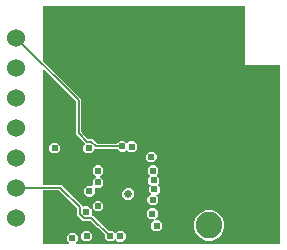
<source format=gbr>
G04 EAGLE Gerber X2 export*
%TF.Part,Single*%
%TF.FileFunction,Copper,L2,Inr,Mixed*%
%TF.FilePolarity,Positive*%
%TF.GenerationSoftware,Autodesk,EAGLE,9.0.0*%
%TF.CreationDate,2018-06-19T20:39:02Z*%
G75*
%MOMM*%
%FSLAX34Y34*%
%LPD*%
%AMOC8*
5,1,8,0,0,1.08239X$1,22.5*%
G01*
%ADD10C,1.524000*%
%ADD11C,0.609600*%
%ADD12C,0.152400*%
%ADD13C,0.660400*%
%ADD14C,2.250000*%
%ADD15C,0.756400*%
%ADD16C,0.706400*%
%ADD17C,0.254000*%

G36*
X21158Y-750D02*
X21158Y-750D01*
X21230Y-748D01*
X21279Y-730D01*
X21331Y-722D01*
X21394Y-688D01*
X21461Y-663D01*
X21502Y-631D01*
X21548Y-606D01*
X21597Y-554D01*
X21653Y-510D01*
X21681Y-466D01*
X21717Y-428D01*
X21747Y-363D01*
X21786Y-303D01*
X21799Y-252D01*
X21821Y-205D01*
X21829Y-134D01*
X21846Y-64D01*
X21842Y-12D01*
X21848Y39D01*
X21833Y110D01*
X21827Y181D01*
X21807Y229D01*
X21796Y280D01*
X21759Y341D01*
X21731Y407D01*
X21686Y463D01*
X21670Y491D01*
X21652Y506D01*
X21626Y538D01*
X19799Y2365D01*
X19799Y6154D01*
X22478Y8832D01*
X26266Y8832D01*
X28944Y6154D01*
X28944Y2365D01*
X27117Y538D01*
X27075Y480D01*
X27026Y428D01*
X27004Y381D01*
X26974Y339D01*
X26953Y270D01*
X26922Y205D01*
X26917Y153D01*
X26901Y103D01*
X26903Y32D01*
X26895Y-39D01*
X26906Y-90D01*
X26908Y-142D01*
X26932Y-210D01*
X26948Y-280D01*
X26974Y-325D01*
X26992Y-373D01*
X27037Y-429D01*
X27074Y-491D01*
X27113Y-525D01*
X27146Y-565D01*
X27206Y-604D01*
X27261Y-651D01*
X27309Y-670D01*
X27353Y-698D01*
X27422Y-716D01*
X27489Y-743D01*
X27560Y-751D01*
X27591Y-759D01*
X27615Y-757D01*
X27656Y-761D01*
X199316Y-761D01*
X199336Y-758D01*
X199355Y-760D01*
X199457Y-738D01*
X199559Y-722D01*
X199576Y-712D01*
X199596Y-708D01*
X199685Y-655D01*
X199776Y-606D01*
X199790Y-592D01*
X199807Y-582D01*
X199874Y-503D01*
X199946Y-428D01*
X199954Y-410D01*
X199967Y-395D01*
X200006Y-299D01*
X200049Y-205D01*
X200051Y-185D01*
X200059Y-167D01*
X200077Y0D01*
X200077Y150000D01*
X200074Y150020D01*
X200076Y150039D01*
X200054Y150141D01*
X200038Y150243D01*
X200028Y150260D01*
X200024Y150280D01*
X199971Y150369D01*
X199922Y150460D01*
X199908Y150474D01*
X199898Y150491D01*
X199819Y150558D01*
X199744Y150630D01*
X199726Y150638D01*
X199711Y150651D01*
X199615Y150690D01*
X199521Y150733D01*
X199501Y150735D01*
X199483Y150743D01*
X199316Y150761D01*
X170761Y150761D01*
X170761Y200000D01*
X170758Y200020D01*
X170760Y200039D01*
X170738Y200141D01*
X170722Y200243D01*
X170712Y200260D01*
X170708Y200280D01*
X170655Y200369D01*
X170606Y200460D01*
X170592Y200474D01*
X170582Y200491D01*
X170503Y200558D01*
X170428Y200630D01*
X170410Y200638D01*
X170395Y200651D01*
X170299Y200690D01*
X170205Y200733D01*
X170185Y200735D01*
X170167Y200743D01*
X170000Y200761D01*
X0Y200761D01*
X-20Y200758D01*
X-39Y200760D01*
X-141Y200738D01*
X-243Y200722D01*
X-260Y200712D01*
X-280Y200708D01*
X-369Y200655D01*
X-460Y200606D01*
X-474Y200592D01*
X-491Y200582D01*
X-558Y200503D01*
X-630Y200428D01*
X-638Y200410D01*
X-651Y200395D01*
X-690Y200299D01*
X-733Y200205D01*
X-735Y200185D01*
X-743Y200167D01*
X-761Y200000D01*
X-761Y154799D01*
X-747Y154708D01*
X-739Y154618D01*
X-727Y154588D01*
X-722Y154556D01*
X-679Y154475D01*
X-643Y154391D01*
X-617Y154359D01*
X-606Y154338D01*
X-583Y154316D01*
X-538Y154260D01*
X31937Y121785D01*
X31937Y94156D01*
X31952Y94066D01*
X31959Y93975D01*
X31972Y93946D01*
X31977Y93914D01*
X32019Y93833D01*
X32055Y93749D01*
X32081Y93717D01*
X32092Y93696D01*
X32115Y93674D01*
X32160Y93618D01*
X37459Y88319D01*
X37533Y88266D01*
X37602Y88207D01*
X37633Y88194D01*
X37659Y88176D01*
X37746Y88149D01*
X37831Y88115D01*
X37872Y88110D01*
X37894Y88103D01*
X37926Y88104D01*
X37997Y88096D01*
X41246Y88096D01*
X44805Y84537D01*
X44879Y84484D01*
X44948Y84424D01*
X44979Y84412D01*
X45005Y84394D01*
X45092Y84367D01*
X45177Y84333D01*
X45218Y84328D01*
X45240Y84321D01*
X45272Y84322D01*
X45343Y84314D01*
X62000Y84314D01*
X62090Y84329D01*
X62181Y84336D01*
X62211Y84349D01*
X62243Y84354D01*
X62323Y84397D01*
X62407Y84432D01*
X62439Y84458D01*
X62460Y84469D01*
X62482Y84492D01*
X62538Y84537D01*
X64601Y86600D01*
X68390Y86600D01*
X70076Y84914D01*
X70092Y84902D01*
X70105Y84886D01*
X70192Y84830D01*
X70276Y84770D01*
X70295Y84764D01*
X70312Y84753D01*
X70412Y84728D01*
X70511Y84698D01*
X70531Y84698D01*
X70550Y84693D01*
X70653Y84701D01*
X70757Y84704D01*
X70776Y84711D01*
X70795Y84712D01*
X70890Y84753D01*
X70988Y84788D01*
X71003Y84801D01*
X71022Y84809D01*
X71153Y84914D01*
X72492Y86253D01*
X76280Y86253D01*
X78959Y83574D01*
X78959Y79786D01*
X76280Y77107D01*
X72492Y77107D01*
X70805Y78794D01*
X70789Y78806D01*
X70777Y78821D01*
X70690Y78877D01*
X70606Y78938D01*
X70587Y78943D01*
X70570Y78954D01*
X70469Y78979D01*
X70371Y79010D01*
X70351Y79009D01*
X70331Y79014D01*
X70228Y79006D01*
X70125Y79004D01*
X70106Y78997D01*
X70086Y78995D01*
X69991Y78955D01*
X69894Y78919D01*
X69878Y78907D01*
X69860Y78899D01*
X69729Y78794D01*
X68390Y77455D01*
X64601Y77455D01*
X62538Y79518D01*
X62464Y79571D01*
X62395Y79630D01*
X62365Y79642D01*
X62339Y79661D01*
X62252Y79688D01*
X62167Y79722D01*
X62126Y79727D01*
X62103Y79734D01*
X62071Y79733D01*
X62000Y79741D01*
X43423Y79741D01*
X43404Y79737D01*
X43384Y79740D01*
X43283Y79718D01*
X43181Y79701D01*
X43163Y79692D01*
X43143Y79687D01*
X43054Y79634D01*
X42963Y79586D01*
X42949Y79571D01*
X42932Y79561D01*
X42865Y79482D01*
X42794Y79407D01*
X42785Y79389D01*
X42772Y79374D01*
X42734Y79278D01*
X42690Y79184D01*
X42688Y79165D01*
X42680Y79146D01*
X42662Y78979D01*
X42662Y78581D01*
X39983Y75903D01*
X36195Y75903D01*
X33517Y78581D01*
X33517Y82369D01*
X34690Y83543D01*
X34702Y83559D01*
X34718Y83572D01*
X34774Y83659D01*
X34834Y83743D01*
X34840Y83762D01*
X34851Y83779D01*
X34876Y83879D01*
X34906Y83978D01*
X34906Y83998D01*
X34911Y84017D01*
X34903Y84120D01*
X34900Y84224D01*
X34893Y84243D01*
X34892Y84263D01*
X34851Y84357D01*
X34816Y84455D01*
X34803Y84471D01*
X34795Y84489D01*
X34690Y84620D01*
X27364Y91947D01*
X27364Y119575D01*
X27349Y119665D01*
X27342Y119756D01*
X27329Y119786D01*
X27324Y119818D01*
X27281Y119899D01*
X27245Y119983D01*
X27220Y120015D01*
X27209Y120035D01*
X27185Y120058D01*
X27141Y120114D01*
X538Y146716D01*
X480Y146758D01*
X428Y146807D01*
X381Y146829D01*
X339Y146859D01*
X270Y146880D01*
X205Y146911D01*
X153Y146916D01*
X103Y146932D01*
X32Y146930D01*
X-39Y146938D01*
X-90Y146927D01*
X-142Y146925D01*
X-210Y146901D01*
X-280Y146886D01*
X-325Y146859D01*
X-373Y146841D01*
X-429Y146796D01*
X-491Y146759D01*
X-525Y146720D01*
X-565Y146687D01*
X-604Y146627D01*
X-651Y146572D01*
X-670Y146524D01*
X-698Y146480D01*
X-716Y146411D01*
X-743Y146344D01*
X-751Y146273D01*
X-759Y146242D01*
X-757Y146218D01*
X-761Y146178D01*
X-761Y50128D01*
X-758Y50108D01*
X-760Y50089D01*
X-738Y49987D01*
X-722Y49885D01*
X-712Y49868D01*
X-708Y49848D01*
X-655Y49759D01*
X-606Y49668D01*
X-592Y49654D01*
X-582Y49637D01*
X-503Y49570D01*
X-428Y49499D01*
X-410Y49490D01*
X-395Y49477D01*
X-299Y49439D01*
X-205Y49395D01*
X-185Y49393D01*
X-167Y49385D01*
X0Y49367D01*
X15087Y49367D01*
X33039Y31415D01*
X33051Y31384D01*
X33083Y31343D01*
X33108Y31297D01*
X33160Y31248D01*
X33204Y31192D01*
X33248Y31164D01*
X33286Y31128D01*
X33351Y31098D01*
X33411Y31059D01*
X33462Y31046D01*
X33509Y31024D01*
X33580Y31016D01*
X33650Y30999D01*
X33702Y31003D01*
X33753Y30997D01*
X33824Y31012D01*
X33895Y31018D01*
X33943Y31038D01*
X33994Y31049D01*
X34033Y31073D01*
X37894Y31073D01*
X40128Y28839D01*
X40186Y28797D01*
X40238Y28748D01*
X40285Y28726D01*
X40327Y28696D01*
X40396Y28674D01*
X40461Y28644D01*
X40513Y28639D01*
X40563Y28623D01*
X40573Y28623D01*
X40573Y24543D01*
X40554Y24484D01*
X40524Y24419D01*
X40519Y24367D01*
X40503Y24318D01*
X40505Y24246D01*
X40497Y24175D01*
X40508Y24124D01*
X40510Y24072D01*
X40534Y24004D01*
X40549Y23934D01*
X40576Y23890D01*
X40594Y23841D01*
X40639Y23785D01*
X40676Y23723D01*
X40715Y23689D01*
X40748Y23649D01*
X40808Y23610D01*
X40862Y23563D01*
X40910Y23544D01*
X41626Y22828D01*
X41636Y22821D01*
X41649Y22806D01*
X54686Y10828D01*
X54749Y10787D01*
X54806Y10738D01*
X54851Y10720D01*
X54892Y10693D01*
X54964Y10674D01*
X55034Y10646D01*
X55100Y10639D01*
X55130Y10631D01*
X55155Y10632D01*
X55201Y10627D01*
X58396Y10627D01*
X60200Y8822D01*
X60217Y8811D01*
X60229Y8795D01*
X60316Y8739D01*
X60400Y8679D01*
X60419Y8673D01*
X60436Y8662D01*
X60536Y8637D01*
X60635Y8607D01*
X60655Y8607D01*
X60675Y8602D01*
X60777Y8610D01*
X60881Y8613D01*
X60900Y8620D01*
X60920Y8621D01*
X61015Y8662D01*
X61112Y8697D01*
X61128Y8710D01*
X61146Y8718D01*
X61277Y8822D01*
X62796Y10341D01*
X66584Y10341D01*
X69262Y7662D01*
X69262Y3874D01*
X66584Y1196D01*
X62796Y1196D01*
X60991Y3000D01*
X60975Y3012D01*
X60962Y3028D01*
X60875Y3084D01*
X60791Y3144D01*
X60772Y3150D01*
X60755Y3161D01*
X60655Y3186D01*
X60556Y3216D01*
X60536Y3216D01*
X60517Y3221D01*
X60414Y3213D01*
X60310Y3210D01*
X60291Y3203D01*
X60271Y3202D01*
X60177Y3161D01*
X60079Y3126D01*
X60063Y3113D01*
X60045Y3105D01*
X59914Y3000D01*
X58396Y1482D01*
X54607Y1482D01*
X51929Y4161D01*
X51929Y6816D01*
X51911Y6922D01*
X51899Y7028D01*
X51892Y7043D01*
X51889Y7059D01*
X51839Y7154D01*
X51793Y7250D01*
X51780Y7265D01*
X51774Y7276D01*
X51752Y7297D01*
X51683Y7377D01*
X39382Y18679D01*
X39319Y18720D01*
X39261Y18769D01*
X39216Y18787D01*
X39176Y18814D01*
X39103Y18833D01*
X39033Y18861D01*
X38968Y18868D01*
X38938Y18876D01*
X38913Y18874D01*
X38867Y18879D01*
X32843Y18879D01*
X31281Y20442D01*
X29942Y21781D01*
X28379Y23343D01*
X28379Y29292D01*
X28365Y29382D01*
X28357Y29473D01*
X28345Y29502D01*
X28340Y29534D01*
X28297Y29615D01*
X28261Y29699D01*
X28235Y29731D01*
X28224Y29752D01*
X28201Y29774D01*
X28156Y29830D01*
X13416Y44570D01*
X13342Y44624D01*
X13272Y44683D01*
X13242Y44695D01*
X13216Y44714D01*
X13129Y44741D01*
X13044Y44775D01*
X13003Y44780D01*
X12981Y44786D01*
X12949Y44786D01*
X12878Y44793D01*
X0Y44793D01*
X-20Y44790D01*
X-39Y44792D01*
X-141Y44770D01*
X-243Y44754D01*
X-260Y44744D01*
X-280Y44740D01*
X-369Y44687D01*
X-460Y44639D01*
X-474Y44624D01*
X-491Y44614D01*
X-558Y44535D01*
X-630Y44460D01*
X-638Y44442D01*
X-651Y44427D01*
X-690Y44331D01*
X-733Y44237D01*
X-735Y44217D01*
X-743Y44199D01*
X-761Y44032D01*
X-761Y0D01*
X-758Y-20D01*
X-760Y-39D01*
X-738Y-141D01*
X-722Y-243D01*
X-712Y-260D01*
X-708Y-280D01*
X-655Y-369D01*
X-606Y-460D01*
X-592Y-474D01*
X-582Y-491D01*
X-503Y-558D01*
X-428Y-630D01*
X-410Y-638D01*
X-395Y-651D01*
X-299Y-690D01*
X-205Y-733D01*
X-185Y-735D01*
X-167Y-743D01*
X0Y-761D01*
X21088Y-761D01*
X21158Y-750D01*
G37*
%LPC*%
G36*
X137459Y2225D02*
X137459Y2225D01*
X132764Y4170D01*
X129170Y7764D01*
X127225Y12459D01*
X127225Y17541D01*
X129170Y22236D01*
X132764Y25830D01*
X137459Y27775D01*
X142541Y27775D01*
X147236Y25830D01*
X150830Y22236D01*
X152775Y17541D01*
X152775Y12459D01*
X150830Y7764D01*
X147236Y4170D01*
X142541Y2225D01*
X137459Y2225D01*
G37*
%LPD*%
%LPC*%
G36*
X90501Y32066D02*
X90501Y32066D01*
X87823Y34745D01*
X87823Y38533D01*
X90451Y41161D01*
X90462Y41177D01*
X90478Y41189D01*
X90534Y41277D01*
X90594Y41360D01*
X90600Y41379D01*
X90611Y41396D01*
X90636Y41497D01*
X90667Y41596D01*
X90666Y41615D01*
X90671Y41635D01*
X90663Y41738D01*
X90660Y41841D01*
X90653Y41860D01*
X90652Y41880D01*
X90612Y41975D01*
X90576Y42072D01*
X90563Y42088D01*
X90556Y42106D01*
X90451Y42237D01*
X89111Y43577D01*
X89111Y47365D01*
X90248Y48502D01*
X90260Y48518D01*
X90275Y48530D01*
X90331Y48617D01*
X90392Y48701D01*
X90398Y48720D01*
X90408Y48737D01*
X90434Y48838D01*
X90464Y48936D01*
X90464Y48956D01*
X90468Y48976D01*
X90460Y49079D01*
X90458Y49182D01*
X90451Y49201D01*
X90449Y49221D01*
X90409Y49316D01*
X90373Y49413D01*
X90361Y49429D01*
X90353Y49447D01*
X90248Y49578D01*
X88630Y51197D01*
X88630Y54985D01*
X89969Y56324D01*
X89981Y56340D01*
X89996Y56353D01*
X90052Y56440D01*
X90113Y56524D01*
X90118Y56543D01*
X90129Y56560D01*
X90155Y56660D01*
X90185Y56759D01*
X90184Y56779D01*
X90189Y56798D01*
X90181Y56901D01*
X90179Y57005D01*
X90172Y57024D01*
X90170Y57044D01*
X90130Y57138D01*
X90094Y57236D01*
X90082Y57252D01*
X90074Y57270D01*
X89969Y57401D01*
X88042Y59328D01*
X88042Y63116D01*
X90721Y65794D01*
X94509Y65794D01*
X97188Y63116D01*
X97188Y59328D01*
X95848Y57988D01*
X95837Y57972D01*
X95821Y57960D01*
X95765Y57872D01*
X95705Y57789D01*
X95699Y57770D01*
X95688Y57753D01*
X95663Y57652D01*
X95632Y57553D01*
X95633Y57534D01*
X95628Y57514D01*
X95636Y57411D01*
X95639Y57308D01*
X95646Y57289D01*
X95647Y57269D01*
X95688Y57174D01*
X95723Y57077D01*
X95736Y57061D01*
X95744Y57043D01*
X95848Y56912D01*
X97775Y54985D01*
X97775Y51197D01*
X96638Y50060D01*
X96627Y50044D01*
X96611Y50031D01*
X96555Y49944D01*
X96495Y49860D01*
X96489Y49841D01*
X96478Y49824D01*
X96453Y49724D01*
X96422Y49625D01*
X96423Y49605D01*
X96418Y49586D01*
X96426Y49483D01*
X96429Y49379D01*
X96436Y49360D01*
X96437Y49341D01*
X96478Y49246D01*
X96513Y49148D01*
X96526Y49133D01*
X96534Y49114D01*
X96638Y48983D01*
X98257Y47365D01*
X98257Y43577D01*
X95629Y40949D01*
X95617Y40933D01*
X95602Y40920D01*
X95546Y40833D01*
X95485Y40749D01*
X95480Y40730D01*
X95469Y40713D01*
X95443Y40613D01*
X95413Y40514D01*
X95414Y40494D01*
X95409Y40475D01*
X95417Y40372D01*
X95419Y40268D01*
X95426Y40249D01*
X95428Y40229D01*
X95468Y40134D01*
X95504Y40037D01*
X95516Y40021D01*
X95524Y40003D01*
X95629Y39872D01*
X96968Y38533D01*
X96968Y34745D01*
X94290Y32066D01*
X90501Y32066D01*
G37*
%LPD*%
%LPC*%
G36*
X36606Y39427D02*
X36606Y39427D01*
X33927Y42106D01*
X33927Y45894D01*
X36606Y48573D01*
X40666Y48573D01*
X40686Y48576D01*
X40705Y48574D01*
X40807Y48596D01*
X40909Y48612D01*
X40926Y48622D01*
X40946Y48626D01*
X41035Y48679D01*
X41126Y48728D01*
X41140Y48742D01*
X41157Y48752D01*
X41224Y48831D01*
X41296Y48906D01*
X41304Y48924D01*
X41317Y48939D01*
X41356Y49035D01*
X41399Y49129D01*
X41401Y49149D01*
X41409Y49167D01*
X41427Y49334D01*
X41427Y53394D01*
X43995Y55962D01*
X44007Y55978D01*
X44022Y55990D01*
X44078Y56078D01*
X44138Y56161D01*
X44144Y56180D01*
X44155Y56197D01*
X44180Y56298D01*
X44211Y56397D01*
X44210Y56416D01*
X44215Y56436D01*
X44207Y56539D01*
X44204Y56642D01*
X44198Y56661D01*
X44196Y56681D01*
X44156Y56776D01*
X44120Y56873D01*
X44107Y56889D01*
X44100Y56907D01*
X43995Y57038D01*
X41427Y59606D01*
X41427Y63394D01*
X44106Y66073D01*
X47894Y66073D01*
X50573Y63394D01*
X50573Y59606D01*
X48005Y57038D01*
X47993Y57022D01*
X47978Y57010D01*
X47922Y56922D01*
X47862Y56839D01*
X47856Y56820D01*
X47845Y56803D01*
X47820Y56702D01*
X47789Y56603D01*
X47790Y56584D01*
X47785Y56564D01*
X47793Y56461D01*
X47796Y56358D01*
X47802Y56339D01*
X47804Y56319D01*
X47844Y56224D01*
X47880Y56127D01*
X47893Y56111D01*
X47900Y56093D01*
X48005Y55962D01*
X50573Y53394D01*
X50573Y49606D01*
X47894Y46927D01*
X43834Y46927D01*
X43814Y46924D01*
X43795Y46926D01*
X43693Y46904D01*
X43591Y46888D01*
X43574Y46878D01*
X43554Y46874D01*
X43465Y46821D01*
X43374Y46772D01*
X43360Y46758D01*
X43343Y46748D01*
X43276Y46669D01*
X43204Y46594D01*
X43196Y46576D01*
X43183Y46561D01*
X43144Y46465D01*
X43101Y46371D01*
X43099Y46351D01*
X43091Y46333D01*
X43073Y46166D01*
X43073Y42106D01*
X40394Y39427D01*
X36606Y39427D01*
G37*
%LPD*%
%LPC*%
G36*
X93663Y10340D02*
X93663Y10340D01*
X90985Y13018D01*
X90985Y16807D01*
X93147Y18969D01*
X93189Y19027D01*
X93238Y19079D01*
X93260Y19126D01*
X93290Y19168D01*
X93312Y19237D01*
X93342Y19302D01*
X93347Y19354D01*
X93363Y19404D01*
X93361Y19475D01*
X93369Y19546D01*
X93358Y19597D01*
X93356Y19649D01*
X93332Y19717D01*
X93317Y19787D01*
X93290Y19832D01*
X93272Y19880D01*
X93227Y19936D01*
X93190Y19998D01*
X93151Y20032D01*
X93118Y20072D01*
X93058Y20111D01*
X93004Y20158D01*
X92955Y20177D01*
X92911Y20205D01*
X92842Y20223D01*
X92775Y20250D01*
X92704Y20258D01*
X92673Y20266D01*
X92650Y20264D01*
X92609Y20268D01*
X90189Y20268D01*
X87510Y22947D01*
X87510Y26735D01*
X90189Y29414D01*
X93977Y29414D01*
X96656Y26735D01*
X96656Y22947D01*
X94494Y20785D01*
X94452Y20727D01*
X94403Y20675D01*
X94381Y20627D01*
X94350Y20585D01*
X94329Y20517D01*
X94299Y20452D01*
X94293Y20400D01*
X94278Y20350D01*
X94280Y20278D01*
X94272Y20207D01*
X94283Y20156D01*
X94284Y20104D01*
X94309Y20037D01*
X94324Y19967D01*
X94351Y19922D01*
X94369Y19873D01*
X94414Y19817D01*
X94450Y19756D01*
X94490Y19722D01*
X94522Y19681D01*
X94583Y19642D01*
X94637Y19596D01*
X94686Y19576D01*
X94729Y19548D01*
X94799Y19531D01*
X94865Y19504D01*
X94937Y19496D01*
X94968Y19488D01*
X94991Y19490D01*
X95032Y19485D01*
X97452Y19485D01*
X100130Y16807D01*
X100130Y13018D01*
X97452Y10340D01*
X93663Y10340D01*
G37*
%LPD*%
%LPC*%
G36*
X69493Y36888D02*
X69493Y36888D01*
X66666Y39716D01*
X66666Y43715D01*
X69493Y46542D01*
X73492Y46542D01*
X76319Y43715D01*
X76319Y39716D01*
X73492Y36888D01*
X69493Y36888D01*
G37*
%LPD*%
%LPC*%
G36*
X44106Y26927D02*
X44106Y26927D01*
X41872Y29161D01*
X41814Y29203D01*
X41762Y29252D01*
X41715Y29274D01*
X41673Y29304D01*
X41604Y29326D01*
X41539Y29356D01*
X41487Y29361D01*
X41437Y29377D01*
X41427Y29377D01*
X41427Y33394D01*
X44106Y36073D01*
X47894Y36073D01*
X50573Y33394D01*
X50573Y29606D01*
X47894Y26927D01*
X44106Y26927D01*
G37*
%LPD*%
%LPC*%
G36*
X89072Y68425D02*
X89072Y68425D01*
X86394Y71104D01*
X86394Y74892D01*
X89072Y77570D01*
X92860Y77570D01*
X95539Y74892D01*
X95539Y71104D01*
X92860Y68425D01*
X89072Y68425D01*
G37*
%LPD*%
%LPC*%
G36*
X7418Y76059D02*
X7418Y76059D01*
X4739Y78738D01*
X4739Y82526D01*
X7418Y85205D01*
X11206Y85205D01*
X13885Y82526D01*
X13885Y78738D01*
X11206Y76059D01*
X7418Y76059D01*
G37*
%LPD*%
%LPC*%
G36*
X34468Y1484D02*
X34468Y1484D01*
X31789Y4162D01*
X31789Y7951D01*
X34468Y10629D01*
X38256Y10629D01*
X40935Y7951D01*
X40935Y4162D01*
X38256Y1484D01*
X34468Y1484D01*
G37*
%LPD*%
D10*
X-23592Y174080D03*
X-23592Y148680D03*
X-23592Y123280D03*
X-23592Y97880D03*
X-23592Y72480D03*
X-23592Y47080D03*
X-23592Y21680D03*
D11*
X90966Y72998D03*
X38089Y80475D03*
X9312Y80632D03*
X66495Y82027D03*
D12*
X40299Y85809D02*
X36735Y85809D01*
X29650Y92894D01*
X44081Y82027D02*
X66495Y82027D01*
X44081Y82027D02*
X40299Y85809D01*
X29650Y92894D02*
X29650Y120838D01*
X-23592Y174080D01*
D11*
X74386Y81680D03*
X93684Y45471D03*
X93202Y53091D03*
X92615Y61222D03*
X64690Y5768D03*
X92396Y36639D03*
D13*
X71492Y41715D03*
D11*
X46000Y61500D03*
X46000Y51500D03*
X38500Y44000D03*
X46000Y31500D03*
X36000Y26500D03*
X95558Y14913D03*
X36362Y6057D03*
X24372Y4260D03*
D14*
X140000Y15000D03*
D15*
X14651Y17935D03*
X6585Y17628D03*
D16*
X85493Y12696D03*
D11*
X90593Y3822D03*
D17*
X17392Y123171D02*
X17283Y123280D01*
D15*
X11000Y57397D03*
X12835Y120835D03*
D11*
X48613Y4541D03*
X77104Y5134D03*
D14*
X185000Y15000D03*
D12*
X49514Y4541D02*
X48613Y4541D01*
D11*
X56502Y6055D03*
D12*
X14140Y47080D02*
X-23592Y47080D01*
X30666Y24291D02*
X33791Y21166D01*
X40054Y21166D02*
X56502Y6055D01*
X30666Y30554D02*
X14140Y47080D01*
X33791Y21166D02*
X40054Y21166D01*
X30666Y24291D02*
X30666Y30554D01*
D11*
X92083Y24841D03*
M02*

</source>
